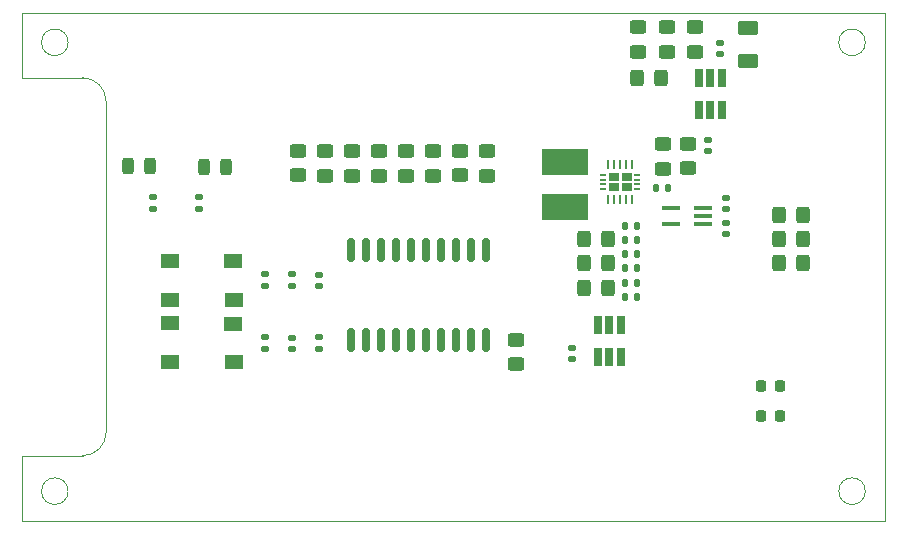
<source format=gbr>
%TF.GenerationSoftware,KiCad,Pcbnew,5.99.0-unknown-308ab8caf~106~ubuntu18.04.1*%
%TF.CreationDate,2021-02-25T19:42:54-08:00*%
%TF.ProjectId,signal-board,7369676e-616c-42d6-926f-6172642e6b69,rev?*%
%TF.SameCoordinates,Original*%
%TF.FileFunction,Paste,Bot*%
%TF.FilePolarity,Positive*%
%FSLAX46Y46*%
G04 Gerber Fmt 4.6, Leading zero omitted, Abs format (unit mm)*
G04 Created by KiCad (PCBNEW 5.99.0-unknown-308ab8caf~106~ubuntu18.04.1) date 2021-02-25 19:42:54*
%MOMM*%
%LPD*%
G01*
G04 APERTURE LIST*
G04 Aperture macros list*
%AMRoundRect*
0 Rectangle with rounded corners*
0 $1 Rounding radius*
0 $2 $3 $4 $5 $6 $7 $8 $9 X,Y pos of 4 corners*
0 Add a 4 corners polygon primitive as box body*
4,1,4,$2,$3,$4,$5,$6,$7,$8,$9,$2,$3,0*
0 Add four circle primitives for the rounded corners*
1,1,$1+$1,$2,$3,0*
1,1,$1+$1,$4,$5,0*
1,1,$1+$1,$6,$7,0*
1,1,$1+$1,$8,$9,0*
0 Add four rect primitives between the rounded corners*
20,1,$1+$1,$2,$3,$4,$5,0*
20,1,$1+$1,$4,$5,$6,$7,0*
20,1,$1+$1,$6,$7,$8,$9,0*
20,1,$1+$1,$8,$9,$2,$3,0*%
G04 Aperture macros list end*
%TA.AperFunction,Profile*%
%ADD10C,0.100000*%
%TD*%
%TA.AperFunction,Profile*%
%ADD11C,0.120000*%
%TD*%
%ADD12RoundRect,0.147500X-0.172500X0.147500X-0.172500X-0.147500X0.172500X-0.147500X0.172500X0.147500X0*%
%ADD13RoundRect,0.147500X-0.147500X-0.172500X0.147500X-0.172500X0.147500X0.172500X-0.147500X0.172500X0*%
%ADD14RoundRect,0.243750X-0.243750X-0.456250X0.243750X-0.456250X0.243750X0.456250X-0.243750X0.456250X0*%
%ADD15RoundRect,0.250000X0.450000X-0.325000X0.450000X0.325000X-0.450000X0.325000X-0.450000X-0.325000X0*%
%ADD16RoundRect,0.250000X-0.450000X0.325000X-0.450000X-0.325000X0.450000X-0.325000X0.450000X0.325000X0*%
%ADD17RoundRect,0.250000X0.325000X0.450000X-0.325000X0.450000X-0.325000X-0.450000X0.325000X-0.450000X0*%
%ADD18RoundRect,0.250000X-0.325000X-0.450000X0.325000X-0.450000X0.325000X0.450000X-0.325000X0.450000X0*%
%ADD19R,1.650000X1.150000*%
%ADD20RoundRect,0.147500X0.172500X-0.147500X0.172500X0.147500X-0.172500X0.147500X-0.172500X-0.147500X0*%
%ADD21RoundRect,0.243750X0.243750X0.456250X-0.243750X0.456250X-0.243750X-0.456250X0.243750X-0.456250X0*%
%ADD22RoundRect,0.250000X0.625000X-0.375000X0.625000X0.375000X-0.625000X0.375000X-0.625000X-0.375000X0*%
%ADD23RoundRect,0.147500X0.147500X0.172500X-0.147500X0.172500X-0.147500X-0.172500X0.147500X-0.172500X0*%
%ADD24R,0.650000X1.560000*%
%ADD25RoundRect,0.218750X-0.218750X-0.256250X0.218750X-0.256250X0.218750X0.256250X-0.218750X0.256250X0*%
%ADD26R,3.900000X2.200000*%
%ADD27R,1.500000X0.400000*%
%ADD28R,0.230000X0.230000*%
%ADD29O,0.230000X0.800000*%
%ADD30R,0.600000X0.150000*%
%ADD31R,0.600000X0.230000*%
%ADD32R,0.900000X0.650000*%
%ADD33RoundRect,0.150000X0.150000X-0.875000X0.150000X0.875000X-0.150000X0.875000X-0.150000X-0.875000X0*%
G04 APERTURE END LIST*
D10*
X170300000Y-141000000D02*
X170300000Y-98000000D01*
X170300000Y-141000000D02*
X97300000Y-141000000D01*
X97300000Y-135500000D02*
X97300000Y-141000000D01*
X104400000Y-133500000D02*
G75*
G02*
X102400000Y-135500000I-2000000J0D01*
G01*
X104400000Y-133500000D02*
X104400000Y-105500000D01*
X97300000Y-98000000D02*
X97300000Y-103500000D01*
D11*
X101175000Y-138500000D02*
G75*
G03*
X101175000Y-138500000I-1125000J0D01*
G01*
D10*
X102400000Y-103500000D02*
G75*
G02*
X104400000Y-105500000I0J-2000000D01*
G01*
D11*
X101175000Y-100500000D02*
G75*
G03*
X101175000Y-100500000I-1125000J0D01*
G01*
X97300000Y-98000000D02*
X170300000Y-98000000D01*
X168675000Y-138500000D02*
G75*
G03*
X168675000Y-138500000I-1125000J0D01*
G01*
D10*
X102400000Y-135500000D02*
X97300000Y-135500000D01*
D11*
X168675000Y-100500000D02*
G75*
G03*
X168675000Y-100500000I-1125000J0D01*
G01*
D10*
X102400000Y-103500000D02*
X97300000Y-103500000D01*
D12*
%TO.C,R4*%
X117856000Y-125490000D03*
X117856000Y-126460000D03*
%TD*%
D13*
%TO.C,R2*%
X148365666Y-117248220D03*
X149335666Y-117248220D03*
%TD*%
D14*
%TO.C,D2*%
X112661577Y-111043878D03*
X114536577Y-111043878D03*
%TD*%
D15*
%TO.C,R12*%
X132080000Y-111787000D03*
X132080000Y-109737000D03*
%TD*%
D16*
%TO.C,C1*%
X153644600Y-109109400D03*
X153644600Y-111159400D03*
%TD*%
D17*
%TO.C,C6*%
X146897200Y-119202200D03*
X144847200Y-119202200D03*
%TD*%
D12*
%TO.C,R8*%
X108407200Y-113611800D03*
X108407200Y-114581800D03*
%TD*%
D15*
%TO.C,R10*%
X136652000Y-111787000D03*
X136652000Y-109737000D03*
%TD*%
D16*
%TO.C,C2*%
X151511000Y-109137800D03*
X151511000Y-111187800D03*
%TD*%
D12*
%TO.C,R19*%
X156387800Y-100530800D03*
X156387800Y-101500800D03*
%TD*%
D18*
%TO.C,C13*%
X161357200Y-119176800D03*
X163407200Y-119176800D03*
%TD*%
D15*
%TO.C,C17*%
X151873800Y-101278800D03*
X151873800Y-99228800D03*
%TD*%
D12*
%TO.C,R7*%
X122428000Y-120165000D03*
X122428000Y-121135000D03*
%TD*%
%TO.C,R6*%
X117856000Y-120156000D03*
X117856000Y-121126000D03*
%TD*%
D19*
%TO.C,SW1*%
X115147000Y-124308000D03*
X109847000Y-124233000D03*
X115197000Y-127583000D03*
X109847000Y-127583000D03*
%TD*%
D20*
%TO.C,R24*%
X156921200Y-116766200D03*
X156921200Y-115796200D03*
%TD*%
D17*
%TO.C,C5*%
X146897200Y-121259600D03*
X144847200Y-121259600D03*
%TD*%
D15*
%TO.C,R16*%
X122936000Y-111778000D03*
X122936000Y-109728000D03*
%TD*%
D21*
%TO.C,D1*%
X108149267Y-111010482D03*
X106274267Y-111010482D03*
%TD*%
D17*
%TO.C,C15*%
X151393000Y-103479600D03*
X149343000Y-103479600D03*
%TD*%
D22*
%TO.C,F1*%
X158750000Y-102085600D03*
X158750000Y-99285600D03*
%TD*%
D20*
%TO.C,C9*%
X120142000Y-121126000D03*
X120142000Y-120156000D03*
%TD*%
D23*
%TO.C,R20*%
X149335666Y-119639460D03*
X148365666Y-119639460D03*
%TD*%
D24*
%TO.C,U3*%
X146065200Y-124405400D03*
X147015200Y-124405400D03*
X147965200Y-124405400D03*
X147965200Y-127105400D03*
X147015200Y-127105400D03*
X146065200Y-127105400D03*
%TD*%
D20*
%TO.C,C8*%
X120142000Y-126469000D03*
X120142000Y-125499000D03*
%TD*%
D17*
%TO.C,C7*%
X146897200Y-117144800D03*
X144847200Y-117144800D03*
%TD*%
D15*
%TO.C,C14*%
X154279600Y-101278800D03*
X154279600Y-99228800D03*
%TD*%
%TO.C,R15*%
X125222000Y-111787000D03*
X125222000Y-109737000D03*
%TD*%
D25*
%TO.C,D4*%
X159862500Y-129625000D03*
X161437500Y-129625000D03*
%TD*%
D12*
%TO.C,R5*%
X122428000Y-125490000D03*
X122428000Y-126460000D03*
%TD*%
D19*
%TO.C,SW2*%
X115147000Y-119050000D03*
X109847000Y-118975000D03*
X115197000Y-122325000D03*
X109847000Y-122325000D03*
%TD*%
D15*
%TO.C,C10*%
X139065000Y-127771000D03*
X139065000Y-125721000D03*
%TD*%
D12*
%TO.C,R22*%
X143840200Y-126362600D03*
X143840200Y-127332600D03*
%TD*%
D13*
%TO.C,C3*%
X150975200Y-112826800D03*
X151945200Y-112826800D03*
%TD*%
D15*
%TO.C,R13*%
X129794000Y-111787000D03*
X129794000Y-109737000D03*
%TD*%
D26*
%TO.C,L1*%
X143267100Y-110670600D03*
X143267100Y-114470600D03*
%TD*%
D18*
%TO.C,C11*%
X161357200Y-115112800D03*
X163407200Y-115112800D03*
%TD*%
D15*
%TO.C,R17*%
X120650000Y-111769000D03*
X120650000Y-109719000D03*
%TD*%
D27*
%TO.C,U5*%
X154898400Y-114564400D03*
X154898400Y-115214400D03*
X154898400Y-115864400D03*
X152238400Y-115864400D03*
X152238400Y-114564400D03*
%TD*%
D20*
%TO.C,R18*%
X155346400Y-109730400D03*
X155346400Y-108760400D03*
%TD*%
D13*
%TO.C,R3*%
X148365666Y-122030700D03*
X149335666Y-122030700D03*
%TD*%
%TO.C,R1*%
X148365666Y-118443840D03*
X149335666Y-118443840D03*
%TD*%
D18*
%TO.C,C12*%
X161357200Y-117144800D03*
X163407200Y-117144800D03*
%TD*%
D13*
%TO.C,R21*%
X148365666Y-120835080D03*
X149335666Y-120835080D03*
%TD*%
D24*
%TO.C,U4*%
X154599600Y-103552000D03*
X155549600Y-103552000D03*
X156499600Y-103552000D03*
X156499600Y-106252000D03*
X155549600Y-106252000D03*
X154599600Y-106252000D03*
%TD*%
D25*
%TO.C,D3*%
X159862500Y-132100212D03*
X161437500Y-132100212D03*
%TD*%
D28*
%TO.C,U1*%
X146917100Y-110560600D03*
D29*
X146917100Y-110845600D03*
X147417100Y-110845600D03*
D28*
X147417100Y-110560600D03*
D29*
X147917100Y-110845600D03*
D28*
X147917100Y-110560600D03*
X148417100Y-110560600D03*
D29*
X148417100Y-110845600D03*
X148917100Y-110845600D03*
D28*
X148917100Y-110560600D03*
X148917100Y-114080600D03*
D29*
X148917100Y-113795600D03*
X148417100Y-113795600D03*
D28*
X148417100Y-114080600D03*
X147917100Y-114080600D03*
D29*
X147917100Y-113795600D03*
D28*
X147417100Y-114080600D03*
D29*
X147417100Y-113795600D03*
D28*
X146917100Y-114080600D03*
D29*
X146917100Y-113795600D03*
D30*
X149342100Y-112520600D03*
D31*
X149342100Y-111720600D03*
D32*
X148477100Y-112755600D03*
X148477100Y-111885600D03*
X147357100Y-111885600D03*
D31*
X146492100Y-112920600D03*
X146492100Y-111720600D03*
X149342100Y-112120600D03*
D30*
X146492100Y-112120600D03*
X149342100Y-112920600D03*
X146492100Y-112520600D03*
X146492100Y-112920600D03*
X149342100Y-112120600D03*
D31*
X146492100Y-112120600D03*
D30*
X149342100Y-111720600D03*
X146492100Y-111720600D03*
D32*
X147357100Y-112755600D03*
D31*
X149342100Y-112520600D03*
X149342100Y-112920600D03*
X146492100Y-112520600D03*
%TD*%
D13*
%TO.C,C4*%
X148365666Y-116052600D03*
X149335666Y-116052600D03*
%TD*%
D12*
%TO.C,R23*%
X156921200Y-113662600D03*
X156921200Y-114632600D03*
%TD*%
D15*
%TO.C,C16*%
X149468000Y-101278800D03*
X149468000Y-99228800D03*
%TD*%
D33*
%TO.C,IC1*%
X136525000Y-125730000D03*
X135255000Y-125730000D03*
X133985000Y-125730000D03*
X132715000Y-125730000D03*
X131445000Y-125730000D03*
X130175000Y-125730000D03*
X128905000Y-125730000D03*
X127635000Y-125730000D03*
X126365000Y-125730000D03*
X125095000Y-125730000D03*
X125095000Y-118110000D03*
X126365000Y-118110000D03*
X127635000Y-118110000D03*
X128905000Y-118110000D03*
X130175000Y-118110000D03*
X131445000Y-118110000D03*
X132715000Y-118110000D03*
X133985000Y-118110000D03*
X135255000Y-118110000D03*
X136525000Y-118110000D03*
%TD*%
D15*
%TO.C,R11*%
X134366000Y-111769000D03*
X134366000Y-109719000D03*
%TD*%
D12*
%TO.C,R9*%
X112268000Y-113637200D03*
X112268000Y-114607200D03*
%TD*%
D15*
%TO.C,R14*%
X127508000Y-111787000D03*
X127508000Y-109737000D03*
%TD*%
M02*

</source>
